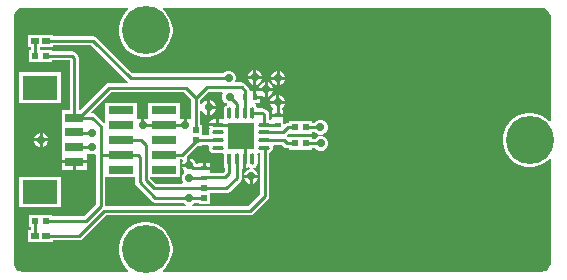
<source format=gtl>
G04*
G04 #@! TF.GenerationSoftware,Altium Limited,Altium Designer,24.1.2 (44)*
G04*
G04 Layer_Physical_Order=1*
G04 Layer_Color=255*
%FSLAX44Y44*%
%MOMM*%
G71*
G04*
G04 #@! TF.SameCoordinates,47630513-E096-4814-B05C-B46C922ECB9E*
G04*
G04*
G04 #@! TF.FilePolarity,Positive*
G04*
G01*
G75*
%ADD13R,0.4725X0.4682*%
%ADD14R,1.6000X0.8000*%
%ADD15R,3.0000X2.1000*%
%ADD16R,0.5000X0.4000*%
%ADD17R,0.4000X0.5000*%
G04:AMPARAMS|DCode=18|XSize=0.4mm|YSize=0.95mm|CornerRadius=0.2mm|HoleSize=0mm|Usage=FLASHONLY|Rotation=90.000|XOffset=0mm|YOffset=0mm|HoleType=Round|Shape=RoundedRectangle|*
%AMROUNDEDRECTD18*
21,1,0.4000,0.5500,0,0,90.0*
21,1,0.0000,0.9500,0,0,90.0*
1,1,0.4000,0.2750,0.0000*
1,1,0.4000,0.2750,0.0000*
1,1,0.4000,-0.2750,0.0000*
1,1,0.4000,-0.2750,0.0000*
%
%ADD18ROUNDEDRECTD18*%
G04:AMPARAMS|DCode=19|XSize=0.95mm|YSize=0.4mm|CornerRadius=0.2mm|HoleSize=0mm|Usage=FLASHONLY|Rotation=90.000|XOffset=0mm|YOffset=0mm|HoleType=Round|Shape=RoundedRectangle|*
%AMROUNDEDRECTD19*
21,1,0.9500,0.0000,0,0,90.0*
21,1,0.5500,0.4000,0,0,90.0*
1,1,0.4000,0.0000,0.2750*
1,1,0.4000,0.0000,-0.2750*
1,1,0.4000,0.0000,-0.2750*
1,1,0.4000,0.0000,0.2750*
%
%ADD19ROUNDEDRECTD19*%
%ADD20R,0.5682X0.5725*%
%ADD21R,0.7000X0.5000*%
%ADD22R,0.5500X0.5500*%
%ADD23R,2.1500X0.6500*%
%ADD24R,2.3000X2.3000*%
%ADD25R,0.4000X0.9500*%
%ADD32C,0.2540*%
%ADD33C,4.0640*%
%ADD34C,0.7112*%
G36*
X456883Y230847D02*
X458269Y230273D01*
X459517Y229439D01*
X460579Y228377D01*
X461413Y227129D01*
X461987Y225743D01*
X462280Y224270D01*
Y223520D01*
Y135725D01*
X461010Y135199D01*
X459072Y137136D01*
X455328Y139638D01*
X451168Y141362D01*
X446752Y142240D01*
X442248D01*
X437832Y141362D01*
X433672Y139638D01*
X429928Y137136D01*
X426744Y133952D01*
X424242Y130208D01*
X422519Y126048D01*
X421640Y121631D01*
Y117128D01*
X422519Y112712D01*
X424242Y108552D01*
X426744Y104808D01*
X429928Y101623D01*
X433672Y99122D01*
X437832Y97399D01*
X442248Y96520D01*
X446752D01*
X451168Y97399D01*
X455328Y99122D01*
X459072Y101623D01*
X461010Y103561D01*
X462280Y103035D01*
Y15240D01*
Y14490D01*
X461987Y13017D01*
X461413Y11631D01*
X460579Y10382D01*
X459517Y9321D01*
X458269Y8487D01*
X456883Y7913D01*
X455410Y7620D01*
X134204D01*
X133835Y8835D01*
X133952Y8913D01*
X137136Y12098D01*
X139638Y15842D01*
X141362Y20002D01*
X142240Y24418D01*
Y28921D01*
X141362Y33338D01*
X139638Y37498D01*
X137136Y41242D01*
X133952Y44426D01*
X130208Y46928D01*
X126048Y48651D01*
X121631Y49530D01*
X117128D01*
X112712Y48651D01*
X108552Y46928D01*
X104808Y44426D01*
X101623Y41242D01*
X99122Y37498D01*
X97399Y33338D01*
X96520Y28921D01*
Y24418D01*
X97399Y20002D01*
X99122Y15842D01*
X101623Y12098D01*
X104808Y8913D01*
X104925Y8835D01*
X104556Y7620D01*
X14490D01*
X13017Y7913D01*
X11631Y8487D01*
X10382Y9321D01*
X9321Y10382D01*
X8487Y11631D01*
X7913Y13017D01*
X7620Y14490D01*
X7620Y15240D01*
Y223520D01*
Y224270D01*
X7913Y225743D01*
X8487Y227129D01*
X9321Y228377D01*
X10382Y229439D01*
X11631Y230273D01*
X13017Y230847D01*
X14490Y231140D01*
X104556D01*
X104925Y229925D01*
X104808Y229846D01*
X101623Y226662D01*
X99122Y222918D01*
X97399Y218758D01*
X96520Y214342D01*
Y209839D01*
X97399Y205422D01*
X99122Y201262D01*
X101623Y197518D01*
X104808Y194333D01*
X108552Y191832D01*
X112712Y190109D01*
X117128Y189230D01*
X121631D01*
X126048Y190109D01*
X130208Y191832D01*
X133952Y194333D01*
X137136Y197518D01*
X139638Y201262D01*
X141362Y205422D01*
X142240Y209839D01*
Y214342D01*
X141362Y218758D01*
X139638Y222918D01*
X137136Y226662D01*
X133952Y229846D01*
X133835Y229925D01*
X134204Y231140D01*
X455410D01*
X456883Y230847D01*
D02*
G37*
%LPC*%
G36*
X213106Y178284D02*
Y173482D01*
X217908D01*
X217004Y175665D01*
X215289Y177380D01*
X213106Y178284D01*
D02*
G37*
G36*
X210566D02*
X208383Y177380D01*
X206668Y175665D01*
X205764Y173482D01*
X210566D01*
Y178284D01*
D02*
G37*
G36*
X232918Y177776D02*
Y172974D01*
X237720D01*
X236816Y175157D01*
X235101Y176872D01*
X232918Y177776D01*
D02*
G37*
G36*
X230378D02*
X228195Y176872D01*
X226480Y175157D01*
X225576Y172974D01*
X230378D01*
Y177776D01*
D02*
G37*
G36*
X217908Y170942D02*
X213106D01*
Y166140D01*
X215289Y167044D01*
X217004Y168759D01*
X217908Y170942D01*
D02*
G37*
G36*
X210566D02*
X205764D01*
X206668Y168759D01*
X208383Y167044D01*
X210566Y166140D01*
Y170942D01*
D02*
G37*
G36*
X237720Y170434D02*
X232918D01*
Y165632D01*
X235101Y166536D01*
X236816Y168251D01*
X237720Y170434D01*
D02*
G37*
G36*
X230378D02*
X225576D01*
X226480Y168251D01*
X228195Y166536D01*
X230378Y165632D01*
Y170434D01*
D02*
G37*
G36*
X222758Y168124D02*
Y163322D01*
X227560D01*
X226656Y165505D01*
X224941Y167220D01*
X222758Y168124D01*
D02*
G37*
G36*
X220218D02*
X218035Y167220D01*
X216320Y165505D01*
X215416Y163322D01*
X220218D01*
Y168124D01*
D02*
G37*
G36*
X227560Y160782D02*
X222758D01*
Y155980D01*
X224941Y156884D01*
X226656Y158599D01*
X227560Y160782D01*
D02*
G37*
G36*
X220218D02*
X215354D01*
X215237Y160608D01*
X213042D01*
Y156838D01*
X216377D01*
X217582Y157337D01*
X218035Y156884D01*
X220218Y155980D01*
Y160782D01*
D02*
G37*
G36*
X232410Y157456D02*
Y152654D01*
X237212D01*
X236308Y154837D01*
X234593Y156552D01*
X232410Y157456D01*
D02*
G37*
G36*
X229870D02*
X227687Y156552D01*
X225972Y154837D01*
X225068Y152654D01*
X229870D01*
Y157456D01*
D02*
G37*
G36*
X47490Y176670D02*
X12410D01*
Y150590D01*
X47490D01*
Y176670D01*
D02*
G37*
G36*
X237212Y150114D02*
X225068D01*
X225972Y147931D01*
X227255Y146648D01*
Y144684D01*
X226100D01*
Y141414D01*
X231140D01*
X236180D01*
Y144684D01*
X235025D01*
Y146648D01*
X236308Y147931D01*
X237212Y150114D01*
D02*
G37*
G36*
X41020Y208240D02*
X19940D01*
Y198160D01*
X22095D01*
Y195790D01*
X20690D01*
Y185210D01*
X40270D01*
Y186615D01*
X55065D01*
Y144670D01*
X48410D01*
Y131590D01*
Y119090D01*
Y106590D01*
Y101900D01*
X58950D01*
X69490D01*
Y107174D01*
X70760Y107887D01*
X72447Y107188D01*
X74873D01*
X76125Y107707D01*
X77395Y106858D01*
Y65109D01*
X66971Y54685D01*
X40270D01*
Y56090D01*
X20690D01*
Y45510D01*
X22095D01*
Y43140D01*
X19940D01*
Y33060D01*
X41020D01*
Y34215D01*
X62992D01*
X64479Y34511D01*
X65739Y35353D01*
X85937Y55551D01*
X207772D01*
X209259Y55847D01*
X210519Y56689D01*
X222928Y69099D01*
X223770Y70359D01*
X224066Y71845D01*
Y108450D01*
X224424Y108521D01*
X225925Y109525D01*
X226929Y111026D01*
X227281Y112798D01*
X227013Y114143D01*
X227776Y115413D01*
X234693D01*
X236521Y113585D01*
X237781Y112743D01*
X239268Y112447D01*
X240542D01*
Y110930D01*
X260346D01*
Y112447D01*
X262980D01*
X264263Y111164D01*
X266503Y110236D01*
X268929D01*
X271169Y111164D01*
X272884Y112879D01*
X273812Y115119D01*
Y117545D01*
X272884Y119785D01*
X271169Y121500D01*
X268929Y122428D01*
X266503D01*
X264263Y121500D01*
X262980Y120217D01*
X260346D01*
Y121734D01*
X240542D01*
Y121734D01*
X240424Y121686D01*
X239329Y122181D01*
X239090Y122432D01*
X239201Y123471D01*
X239630Y123900D01*
X240542Y124646D01*
Y124646D01*
X240542Y124646D01*
X260346D01*
Y126052D01*
X262796D01*
X264080Y124769D01*
X266320Y123841D01*
X268745D01*
X270986Y124769D01*
X272701Y126484D01*
X273629Y128724D01*
Y131150D01*
X272701Y133390D01*
X270986Y135105D01*
X268745Y136033D01*
X266320D01*
X264080Y135105D01*
X262796Y133822D01*
X260346D01*
Y135450D01*
X240542D01*
Y133933D01*
X240284D01*
X238797Y133637D01*
X237537Y132795D01*
X237353Y132611D01*
X236180Y133097D01*
Y138874D01*
X231140D01*
X226100D01*
Y136759D01*
X224981Y136357D01*
X223849Y136997D01*
Y140810D01*
X223553Y142297D01*
X222711Y143557D01*
X221223Y145045D01*
X219963Y145887D01*
X218476Y146183D01*
X214305D01*
X214179Y146819D01*
X213175Y148321D01*
X212757Y148600D01*
X212421Y150325D01*
X212558Y150528D01*
X216312D01*
Y154298D01*
X211772D01*
Y155568D01*
X210502D01*
Y160608D01*
X207657D01*
Y160972D01*
X207361Y162459D01*
X206519Y163719D01*
X203407Y166831D01*
X202147Y167673D01*
X200660Y167969D01*
X196418D01*
X195569Y169239D01*
X196088Y170491D01*
Y172917D01*
X195160Y175157D01*
X193445Y176872D01*
X191205Y177800D01*
X188779D01*
X186539Y176872D01*
X185256Y175589D01*
X108289D01*
X77931Y205947D01*
X76671Y206789D01*
X75184Y207085D01*
X41020D01*
Y208240D01*
D02*
G37*
G36*
X32258Y125452D02*
Y120650D01*
X37060D01*
X36156Y122833D01*
X34441Y124548D01*
X32258Y125452D01*
D02*
G37*
G36*
X29718D02*
X27535Y124548D01*
X25820Y122833D01*
X24916Y120650D01*
X29718D01*
Y125452D01*
D02*
G37*
G36*
X37060Y118110D02*
X32258D01*
Y113308D01*
X34441Y114212D01*
X36156Y115927D01*
X37060Y118110D01*
D02*
G37*
G36*
X29718D02*
X24916D01*
X25820Y115927D01*
X27535Y114212D01*
X29718Y113308D01*
Y118110D01*
D02*
G37*
G36*
X69490Y99360D02*
X60220D01*
Y94090D01*
X69490D01*
Y99360D01*
D02*
G37*
G36*
X57680D02*
X48410D01*
Y94090D01*
X57680D01*
Y99360D01*
D02*
G37*
G36*
X47490Y88170D02*
X12410D01*
Y62090D01*
X47490D01*
Y88170D01*
D02*
G37*
%LPD*%
G36*
X103933Y168957D02*
X104368Y168667D01*
X103983Y167397D01*
X88332D01*
X86845Y167101D01*
X85585Y166259D01*
X64105Y144778D01*
X62835Y144932D01*
Y189012D01*
X62539Y190499D01*
X61697Y191759D01*
X60209Y193247D01*
X58949Y194089D01*
X57462Y194385D01*
X40270D01*
Y195790D01*
X29865D01*
Y198160D01*
X41020D01*
Y199315D01*
X73575D01*
X103933Y168957D01*
D02*
G37*
G36*
X185146Y158929D02*
X184409Y157150D01*
Y154725D01*
X185337Y152484D01*
X187052Y150770D01*
X187969Y150389D01*
X188091Y148964D01*
X187129Y148321D01*
X186125Y146819D01*
X185773Y145048D01*
Y139548D01*
X186109Y137857D01*
X186110Y137787D01*
X184948Y136590D01*
X184843Y136591D01*
X183152Y136927D01*
X181672D01*
Y132298D01*
X180402D01*
Y131028D01*
X173276D01*
X173375Y130527D01*
X174363Y129048D01*
X173375Y127570D01*
X173023Y125798D01*
X173291Y124452D01*
X172528Y123182D01*
X166954D01*
Y132346D01*
X165937D01*
Y143940D01*
X167207Y144193D01*
X167552Y143359D01*
X169267Y141644D01*
X171450Y140740D01*
Y146812D01*
Y152884D01*
X169267Y151980D01*
X167552Y150265D01*
X167207Y149431D01*
X165937Y149684D01*
Y153331D01*
X172805Y160199D01*
X184486D01*
X185146Y158929D01*
D02*
G37*
G36*
X158167Y153331D02*
Y137238D01*
X156897Y136712D01*
X156361Y137248D01*
X154178Y138152D01*
Y132080D01*
X151638D01*
Y138152D01*
X149650Y137329D01*
X148380Y137832D01*
Y138990D01*
X148380Y139140D01*
Y150570D01*
X121800D01*
Y139140D01*
X121800Y138990D01*
Y137870D01*
X121800Y137720D01*
Y137537D01*
X120530Y137011D01*
X120293Y137248D01*
X118110Y138152D01*
Y132080D01*
X115570D01*
Y138152D01*
X113387Y137248D01*
X113053Y136914D01*
X111880Y137400D01*
Y137720D01*
X111880Y137870D01*
Y138990D01*
X111880Y139140D01*
Y150570D01*
X85300D01*
Y139140D01*
X85300Y138990D01*
Y137870D01*
X85300Y137720D01*
Y134191D01*
X84030Y133806D01*
X84027Y133811D01*
X76915Y140923D01*
X75655Y141765D01*
X74168Y142061D01*
X74034D01*
X73548Y143234D01*
X89941Y159627D01*
X151871D01*
X158167Y153331D01*
D02*
G37*
G36*
X173291Y114143D02*
X173023Y112798D01*
X173375Y111026D01*
X174379Y109525D01*
X175881Y108521D01*
X177652Y108169D01*
X183152D01*
X184592Y108455D01*
X185862Y107737D01*
Y95508D01*
X186517D01*
Y93172D01*
X184845Y91500D01*
X174204D01*
Y94170D01*
X169164D01*
Y95440D01*
X167894D01*
Y99980D01*
X164124D01*
Y99325D01*
X162024D01*
X161124Y101497D01*
X159409Y103212D01*
X157226Y104116D01*
Y98044D01*
X155956D01*
Y96774D01*
X149884D01*
X150788Y94591D01*
X152125Y93254D01*
X152373Y92456D01*
X152125Y91658D01*
X150788Y90321D01*
X149860Y88081D01*
Y85655D01*
X150788Y83415D01*
X150955Y83247D01*
X150470Y82074D01*
X128216D01*
X123370Y86920D01*
X123519Y88190D01*
X148380D01*
Y99770D01*
X148380D01*
Y100890D01*
X148380D01*
Y102795D01*
X150184D01*
X150317Y102822D01*
X150942Y101651D01*
X150788Y101497D01*
X149884Y99314D01*
X154686D01*
Y104475D01*
X154554Y104653D01*
X154311Y105313D01*
X163539Y114542D01*
X166954D01*
Y115413D01*
X172528D01*
X173291Y114143D01*
D02*
G37*
G36*
X215461Y108505D02*
X216297Y108339D01*
Y73454D01*
X206163Y63321D01*
X158828D01*
X158575Y64591D01*
X159409Y64936D01*
X160714Y66241D01*
X164262D01*
Y65266D01*
X174066D01*
Y74305D01*
X187917D01*
X189404Y74601D01*
X190664Y75443D01*
X199928Y84706D01*
X200770Y85967D01*
X201066Y87453D01*
Y94738D01*
X202132Y95488D01*
Y102798D01*
X204672D01*
Y95672D01*
X205174Y95771D01*
X206652Y96759D01*
X208131Y95771D01*
X208198Y95758D01*
X208073Y94488D01*
X207575D01*
X205335Y93560D01*
X203620Y91845D01*
X202716Y89662D01*
X214860D01*
X213956Y91845D01*
X212241Y93560D01*
X210562Y94255D01*
X210692Y95576D01*
X211674Y95771D01*
X213175Y96775D01*
X214179Y98277D01*
X214531Y100048D01*
Y105548D01*
X214195Y107239D01*
X214194Y107608D01*
X215092Y108506D01*
X215461Y108505D01*
D02*
G37*
G36*
X110415Y83312D02*
X110711Y81825D01*
X111553Y80565D01*
X124761Y67357D01*
X126021Y66515D01*
X127508Y66219D01*
X151220D01*
X152503Y64936D01*
X153337Y64591D01*
X153084Y63321D01*
X85312D01*
X85165Y63500D01*
Y86976D01*
X85300Y88190D01*
X110415D01*
Y83312D01*
D02*
G37*
%LPC*%
G36*
X173990Y152884D02*
Y148082D01*
X178792D01*
X177888Y150265D01*
X176173Y151980D01*
X173990Y152884D01*
D02*
G37*
G36*
X178792Y145542D02*
X173990D01*
Y140740D01*
X176173Y141644D01*
X177888Y143359D01*
X178792Y145542D01*
D02*
G37*
G36*
X179132Y136927D02*
X177652D01*
X175881Y136575D01*
X174379Y135571D01*
X173375Y134069D01*
X173276Y133568D01*
X179132D01*
Y136927D01*
D02*
G37*
G36*
X174204Y99980D02*
X170434D01*
Y96710D01*
X174204D01*
Y99980D01*
D02*
G37*
G36*
X214860Y87122D02*
X210058D01*
Y82320D01*
X212241Y83224D01*
X213956Y84939D01*
X214860Y87122D01*
D02*
G37*
G36*
X207518D02*
X202716D01*
X203620Y84939D01*
X205335Y83224D01*
X207518Y82320D01*
Y87122D01*
D02*
G37*
%LPD*%
D13*
X169164Y78190D02*
D03*
Y70146D02*
D03*
X162052Y127465D02*
D03*
Y119423D02*
D03*
D14*
X58950Y138130D02*
D03*
Y125630D02*
D03*
Y113130D02*
D03*
Y100630D02*
D03*
D15*
X29950Y163630D02*
D03*
Y75130D02*
D03*
D16*
X231140Y132144D02*
D03*
Y140144D02*
D03*
X169164Y87440D02*
D03*
Y95440D02*
D03*
D17*
X203772Y155568D02*
D03*
X211772D02*
D03*
D18*
X219902Y132298D02*
D03*
X180402Y112798D02*
D03*
Y119298D02*
D03*
Y125798D02*
D03*
Y132298D02*
D03*
X219902Y125798D02*
D03*
Y119298D02*
D03*
Y112798D02*
D03*
D19*
X209902Y142298D02*
D03*
X190402D02*
D03*
X196902D02*
D03*
X203402D02*
D03*
X209902Y102798D02*
D03*
X203402D02*
D03*
X196902D02*
D03*
D20*
X254965Y116332D02*
D03*
X245923D02*
D03*
X254965Y130048D02*
D03*
X245923D02*
D03*
D21*
X25980Y38100D02*
D03*
X34980D02*
D03*
X25980Y203200D02*
D03*
X34980D02*
D03*
D22*
X25980Y50800D02*
D03*
X34980D02*
D03*
X25980Y190500D02*
D03*
X34980D02*
D03*
D23*
X98590Y93980D02*
D03*
X135090D02*
D03*
X98590Y106680D02*
D03*
X135090D02*
D03*
X98590Y119380D02*
D03*
X135090D02*
D03*
X98590Y132080D02*
D03*
X135090D02*
D03*
X98590Y144780D02*
D03*
X135090D02*
D03*
D24*
X200152Y122548D02*
D03*
D25*
X190402Y102798D02*
D03*
D32*
X153480Y163512D02*
X162052Y154940D01*
X88332Y163512D02*
X153480D01*
X162052Y154940D02*
X171196Y164084D01*
X239268Y116332D02*
X245923D01*
X236302Y119298D02*
X239268Y116332D01*
X231140Y140144D02*
Y151384D01*
X155956Y98044D02*
X157193D01*
X159797Y95440D02*
X169164D01*
X157193Y98044D02*
X159797Y95440D01*
X75184Y203200D02*
X106680Y171704D01*
X189992D01*
X127508Y70104D02*
X155956D01*
X169185Y70125D02*
X169207Y70104D01*
X155956D02*
X155977Y70125D01*
X169185D01*
X156242Y87154D02*
X168878D01*
X169339Y87615D02*
X186454D01*
X168878Y87154D02*
X169339Y87615D01*
X155956Y86868D02*
X156242Y87154D01*
X186454Y87615D02*
X190402Y91563D01*
X135090Y132080D02*
X152908D01*
X84328Y59436D02*
X207772D01*
X220181Y71845D01*
Y112519D01*
X219902Y112798D02*
X220181Y112519D01*
X126607Y78190D02*
X169164D01*
X187917D01*
X197181Y87453D02*
Y102519D01*
X187917Y78190D02*
X197181Y87453D01*
X119380Y85416D02*
X126607Y78190D01*
X81280Y106680D02*
Y131064D01*
Y63500D02*
Y106680D01*
X98590D01*
X62996Y138176D02*
X74168D01*
X62996D02*
X88332Y163512D01*
X62950Y138130D02*
X62996Y138176D01*
X58950Y138130D02*
X62950D01*
X25980Y38100D02*
X25980Y38100D01*
X25980Y38100D02*
Y50800D01*
X25980Y50800D02*
X25980Y50800D01*
X34980Y38100D02*
X62992D01*
X84328Y59436D01*
X68580Y50800D02*
X81280Y63500D01*
X34351Y50800D02*
X68580D01*
X25980Y203200D02*
X25980Y203200D01*
Y190500D02*
Y203200D01*
Y190500D02*
X25980Y190500D01*
X57462D02*
X58950Y189012D01*
Y138130D02*
Y189012D01*
X37989Y190500D02*
X57462D01*
X34980Y203200D02*
X75184D01*
X74168Y138176D02*
X81280Y131064D01*
X98590Y106680D02*
X112812D01*
X254855Y129937D02*
X267533D01*
X254915Y115436D02*
X255811Y116332D01*
X267716D01*
X58950Y113130D02*
X59104Y113284D01*
X73660D01*
X58950Y125630D02*
X59104Y125476D01*
X73660D01*
X231063Y132221D02*
X231140Y132144D01*
X219979Y132221D02*
X231063D01*
X209902Y142298D02*
X218476D01*
X219964Y132360D02*
Y140810D01*
X218476Y142298D02*
X219964Y140810D01*
X219902Y132298D02*
X219964Y132360D01*
X219902Y132298D02*
X219979Y132221D01*
X240284Y130048D02*
X245923D01*
X203402Y102798D02*
Y119298D01*
X200152Y122548D02*
X203402Y119298D01*
X219902Y125798D02*
X236034D01*
X240284Y130048D01*
X219902Y119298D02*
X236302D01*
X200660Y164084D02*
X203772Y160972D01*
X203402Y142298D02*
X203587Y142483D01*
Y155383D01*
X203772Y155568D01*
Y160972D01*
X112812Y106680D02*
X114300Y105192D01*
X115244Y119380D02*
X119380Y115244D01*
X116840Y132080D02*
X135090D01*
X98590Y119380D02*
X115244D01*
X135090Y106680D02*
X150184D01*
X162031Y118526D01*
X190402Y91563D02*
Y102798D01*
X162177Y119298D02*
X180402D01*
X162031Y118526D02*
X162052D01*
X190402Y132298D02*
X200152Y122548D01*
X180402Y132298D02*
X190402D01*
X171196Y164084D02*
X200660D01*
X190505Y155938D02*
X196902Y149540D01*
Y102798D02*
X197181Y102519D01*
X162052Y126569D02*
Y154940D01*
X196902Y142298D02*
Y149540D01*
X114300Y83312D02*
X127508Y70104D01*
X114300Y83312D02*
Y105192D01*
X119380Y85416D02*
Y115244D01*
D33*
Y26670D02*
D03*
Y212090D02*
D03*
X444500Y119380D02*
D03*
D34*
X221488Y162052D02*
D03*
X231648Y171704D02*
D03*
X211836Y172212D02*
D03*
X155956Y98044D02*
D03*
X189992Y171704D02*
D03*
X155956Y70104D02*
D03*
Y86868D02*
D03*
X152908Y132080D02*
D03*
X208788Y88392D02*
D03*
X172720Y146812D02*
D03*
X267716Y116332D02*
D03*
X267533Y129937D02*
D03*
X73660Y113284D02*
D03*
Y125476D02*
D03*
X30988Y119380D02*
D03*
X190505Y155938D02*
D03*
X231140Y151384D02*
D03*
X200152Y122548D02*
D03*
X116840Y132080D02*
D03*
M02*

</source>
